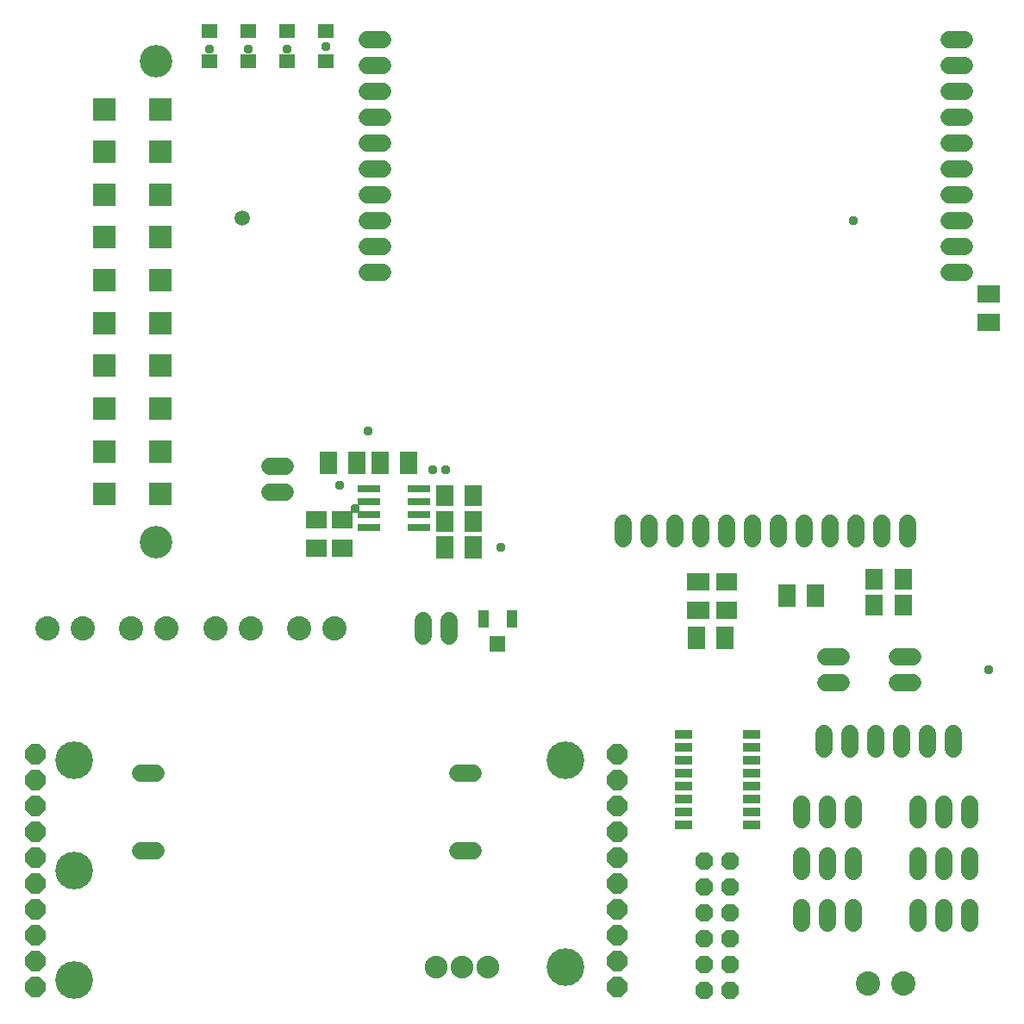
<source format=gbr>
G04 EAGLE Gerber X2 export*
G75*
%MOMM*%
%FSLAX34Y34*%
%LPD*%
%AMOC8*
5,1,8,0,0,1.08239X$1,22.5*%
G01*
%ADD10C,3.703200*%
%ADD11C,2.235200*%
%ADD12P,2.144431X8X22.500000*%
%ADD13C,1.711200*%
%ADD14R,2.184400X0.762000*%
%ADD15R,2.003200X1.803200*%
%ADD16R,1.803200X2.203200*%
%ADD17R,1.103200X1.803200*%
%ADD18R,1.503200X1.503200*%
%ADD19R,2.303200X2.303200*%
%ADD20C,3.203200*%
%ADD21R,1.803200X2.003200*%
%ADD22R,2.203200X1.803200*%
%ADD23C,2.387600*%
%ADD24C,1.727200*%
%ADD25R,1.603200X1.403200*%
%ADD26R,1.703200X0.903200*%
%ADD27P,1.869504X8X112.500000*%
%ADD28C,0.959600*%
%ADD29C,1.503200*%


D10*
X549275Y260350D03*
X549275Y57150D03*
X66675Y260350D03*
X66675Y44450D03*
X66675Y152400D03*
D11*
X473075Y57150D03*
X447675Y57150D03*
X422275Y57150D03*
D12*
X28575Y266700D03*
X28575Y241300D03*
X28575Y215900D03*
X28575Y190500D03*
X28575Y165100D03*
X28575Y139700D03*
X28575Y114300D03*
X28575Y88900D03*
X28575Y63500D03*
X28575Y38100D03*
X600075Y266700D03*
X600075Y241300D03*
X600075Y215900D03*
X600075Y190500D03*
X600075Y165100D03*
X600075Y139700D03*
X600075Y114300D03*
X600075Y88900D03*
X600075Y63500D03*
X600075Y38100D03*
D13*
X147240Y171450D02*
X132160Y171450D01*
X443310Y171450D02*
X458390Y171450D01*
X147240Y247650D02*
X132160Y247650D01*
X443310Y247650D02*
X458390Y247650D01*
D14*
X356362Y527050D03*
X356362Y514350D03*
X356362Y501650D03*
X356362Y488950D03*
X405638Y488950D03*
X405638Y501650D03*
X405638Y514350D03*
X405638Y527050D03*
D15*
X708025Y408275D03*
X708025Y436275D03*
X330200Y496600D03*
X330200Y468600D03*
X304800Y496600D03*
X304800Y468600D03*
D16*
X367000Y552450D03*
X395000Y552450D03*
X430500Y469900D03*
X458500Y469900D03*
X706150Y381000D03*
X678150Y381000D03*
X795050Y422275D03*
X767050Y422275D03*
D13*
X606425Y478235D02*
X606425Y493315D01*
X631825Y493315D02*
X631825Y478235D01*
X657225Y478235D02*
X657225Y493315D01*
X682625Y493315D02*
X682625Y478235D01*
X708025Y478235D02*
X708025Y493315D01*
X733425Y493315D02*
X733425Y478235D01*
X758825Y478235D02*
X758825Y493315D01*
X784225Y493315D02*
X784225Y478235D01*
X809625Y478235D02*
X809625Y493315D01*
X835025Y493315D02*
X835025Y478235D01*
X860425Y478235D02*
X860425Y493315D01*
X885825Y493315D02*
X885825Y478235D01*
D17*
X496600Y399500D03*
X468600Y399500D03*
D18*
X482600Y375200D03*
D13*
X805260Y361950D02*
X820340Y361950D01*
X820340Y336550D02*
X805260Y336550D01*
X875110Y361950D02*
X890190Y361950D01*
X890190Y336550D02*
X875110Y336550D01*
X274240Y523875D02*
X259160Y523875D01*
X259160Y549275D02*
X274240Y549275D01*
D19*
X96325Y522200D03*
X96325Y564200D03*
X96325Y606200D03*
X96325Y648200D03*
X96325Y690200D03*
X96325Y732200D03*
X96325Y774200D03*
X96325Y816200D03*
X96325Y858200D03*
X96325Y900200D03*
X151325Y522200D03*
X151325Y564200D03*
X151325Y606200D03*
X151325Y648200D03*
X151325Y690200D03*
X151325Y732200D03*
X151325Y774200D03*
X151325Y816200D03*
X151325Y858200D03*
X151325Y900200D03*
D20*
X146725Y475200D03*
X146725Y947200D03*
D21*
X430500Y495300D03*
X458500Y495300D03*
X430500Y520700D03*
X458500Y520700D03*
X880775Y412750D03*
X852775Y412750D03*
X880775Y438150D03*
X852775Y438150D03*
D22*
X679450Y408275D03*
X679450Y436275D03*
D23*
X322800Y390525D03*
X287800Y390525D03*
D16*
X316200Y552450D03*
X344200Y552450D03*
D23*
X240250Y390525D03*
X205250Y390525D03*
X157700Y390525D03*
X122700Y390525D03*
X75150Y390525D03*
X40150Y390525D03*
D24*
X354330Y739775D02*
X369570Y739775D01*
X369570Y765175D02*
X354330Y765175D01*
X354330Y790575D02*
X369570Y790575D01*
X369570Y815975D02*
X354330Y815975D01*
X354330Y841375D02*
X369570Y841375D01*
X369570Y866775D02*
X354330Y866775D01*
X354330Y892175D02*
X369570Y892175D01*
X369570Y917575D02*
X354330Y917575D01*
X354330Y942975D02*
X369570Y942975D01*
X369570Y968375D02*
X354330Y968375D01*
X925830Y968375D02*
X941070Y968375D01*
X941070Y942975D02*
X925830Y942975D01*
X925830Y917575D02*
X941070Y917575D01*
X941070Y892175D02*
X925830Y892175D01*
X925830Y866775D02*
X941070Y866775D01*
X941070Y841375D02*
X925830Y841375D01*
X925830Y815975D02*
X941070Y815975D01*
X941070Y790575D02*
X925830Y790575D01*
X925830Y765175D02*
X941070Y765175D01*
X941070Y739775D02*
X925830Y739775D01*
D13*
X434975Y398065D02*
X434975Y382985D01*
X409575Y382985D02*
X409575Y398065D01*
D22*
X965200Y690850D03*
X965200Y718850D03*
D25*
X238125Y947025D03*
X238125Y977025D03*
X200025Y947025D03*
X200025Y977025D03*
X276225Y947025D03*
X276225Y977025D03*
X314325Y947025D03*
X314325Y977025D03*
D23*
X881600Y41275D03*
X846600Y41275D03*
D24*
X831850Y201930D02*
X831850Y217170D01*
X806450Y217170D02*
X806450Y201930D01*
X781050Y201930D02*
X781050Y217170D01*
X831850Y166370D02*
X831850Y151130D01*
X806450Y151130D02*
X806450Y166370D01*
X781050Y166370D02*
X781050Y151130D01*
X831850Y115570D02*
X831850Y100330D01*
X806450Y100330D02*
X806450Y115570D01*
X781050Y115570D02*
X781050Y100330D01*
X946150Y201930D02*
X946150Y217170D01*
X920750Y217170D02*
X920750Y201930D01*
X895350Y201930D02*
X895350Y217170D01*
X946150Y166370D02*
X946150Y151130D01*
X920750Y151130D02*
X920750Y166370D01*
X895350Y166370D02*
X895350Y151130D01*
X946150Y115570D02*
X946150Y100330D01*
X920750Y100330D02*
X920750Y115570D01*
X895350Y115570D02*
X895350Y100330D01*
X803275Y271780D02*
X803275Y287020D01*
X828675Y287020D02*
X828675Y271780D01*
X854075Y271780D02*
X854075Y287020D01*
X879475Y287020D02*
X879475Y271780D01*
X904875Y271780D02*
X904875Y287020D01*
X930275Y287020D02*
X930275Y271780D01*
D26*
X731960Y196850D03*
X731960Y209550D03*
X731960Y222250D03*
X731960Y234950D03*
X731960Y247650D03*
X731960Y260350D03*
X731960Y273050D03*
X731960Y285750D03*
X665040Y285750D03*
X665040Y273050D03*
X665040Y260350D03*
X665040Y247650D03*
X665040Y234950D03*
X665040Y222250D03*
X665040Y209550D03*
X665040Y196850D03*
D27*
X711200Y34925D03*
X711200Y60325D03*
X711200Y85725D03*
X711200Y111125D03*
X711200Y136525D03*
X711200Y161925D03*
X685800Y34925D03*
X685800Y60325D03*
X685800Y85725D03*
X685800Y111125D03*
X685800Y136525D03*
X685800Y161925D03*
D28*
X431800Y546100D03*
D29*
X231481Y793051D03*
D28*
X342704Y507804D03*
X355600Y584200D03*
X327205Y530405D03*
X419100Y546100D03*
X485775Y469900D03*
X831850Y790575D03*
X831850Y790575D03*
X965200Y349250D03*
X238125Y958850D03*
X200025Y958850D03*
X276225Y958850D03*
X314325Y962025D03*
M02*

</source>
